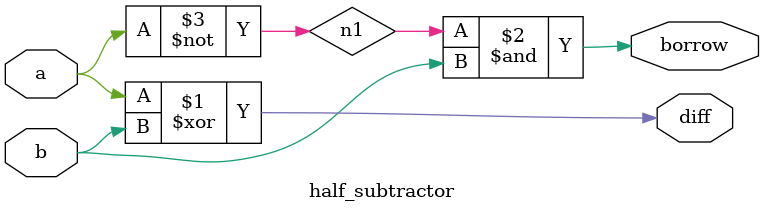
<source format=v>
module half_subtractor(
  input a,b,
  output diff,borrow
);
  wire n1;
  xor g1(diff,a,b);
  not g2(n1,a);
  and g3(borrow,n1,b);
endmodule

</source>
